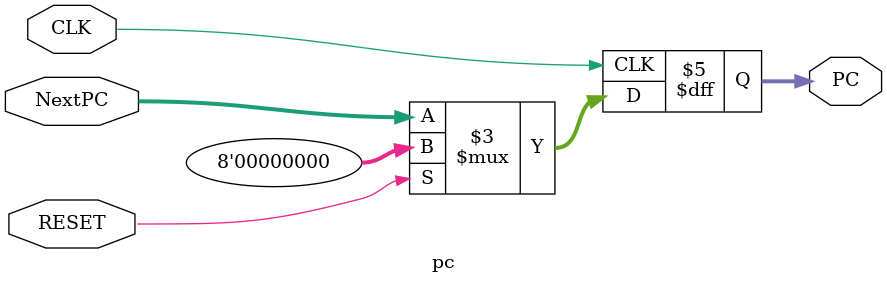
<source format=v>
module pc (CLK, RESET, NextPC, PC);
	input CLK;
	input RESET;
	input [7:0] NextPC;
	output reg [7:0] PC;
	
	
	always @(posedge CLK) begin
		if (RESET)
			PC <= 8'd0;
		else
			PC <= NextPC;	
	
	end
endmodule
</source>
